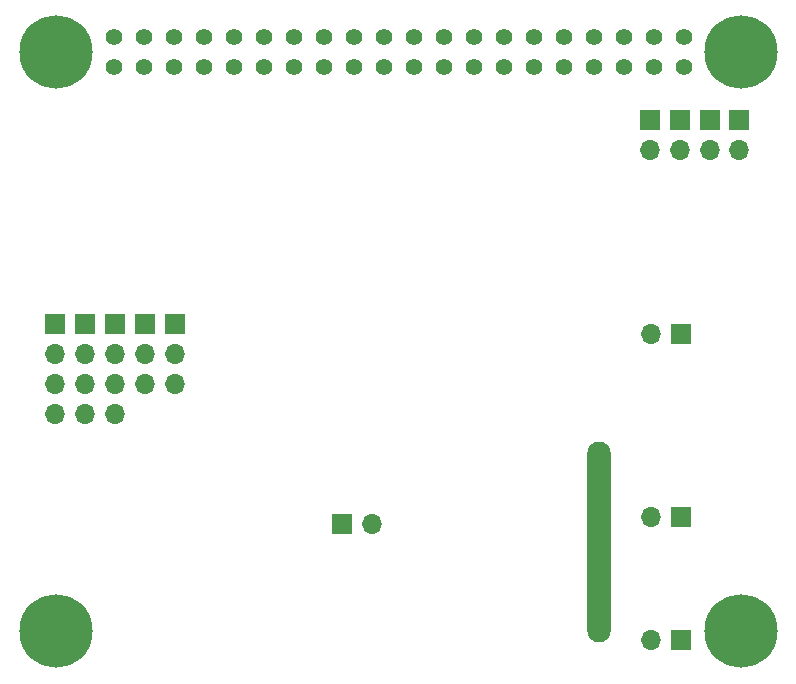
<source format=gbr>
%TF.GenerationSoftware,KiCad,Pcbnew,8.0.2*%
%TF.CreationDate,2024-06-08T15:50:05-05:00*%
%TF.ProjectId,kstars-ekos-smd,6b737461-7273-42d6-956b-6f732d736d64,rev?*%
%TF.SameCoordinates,Original*%
%TF.FileFunction,Soldermask,Bot*%
%TF.FilePolarity,Negative*%
%FSLAX46Y46*%
G04 Gerber Fmt 4.6, Leading zero omitted, Abs format (unit mm)*
G04 Created by KiCad (PCBNEW 8.0.2) date 2024-06-08 15:50:05*
%MOMM*%
%LPD*%
G01*
G04 APERTURE LIST*
%ADD10C,6.200000*%
%ADD11O,1.700000X1.700000*%
%ADD12R,1.700000X1.700000*%
%ADD13C,1.400000*%
%ADD14O,2.000000X17.000000*%
G04 APERTURE END LIST*
D10*
%TO.C,*%
X143500000Y-79500000D03*
%TD*%
D11*
%TO.C,H2*%
X196342000Y-87752000D03*
D12*
X196342000Y-85212000D03*
%TD*%
D11*
%TO.C,C9*%
X170254000Y-119400000D03*
D12*
X167714000Y-119400000D03*
%TD*%
D11*
%TO.C,C11*%
X193934000Y-103378000D03*
D12*
X196474000Y-103378000D03*
%TD*%
D11*
%TO.C,H1*%
X193818000Y-87752000D03*
D12*
X193818000Y-85212000D03*
%TD*%
D11*
%TO.C,H4*%
X201390000Y-87752000D03*
D12*
X201390000Y-85212000D03*
%TD*%
D11*
%TO.C,C10*%
X193934000Y-118800000D03*
D12*
X196474000Y-118800000D03*
%TD*%
D11*
%TO.C,H5*%
X193934000Y-129286000D03*
D12*
X196474000Y-129286000D03*
%TD*%
D13*
%TO.C,J1*%
X148470000Y-78180000D03*
X148470000Y-80720000D03*
X151010000Y-78180000D03*
X151010000Y-80720000D03*
X153550000Y-78180000D03*
X153550000Y-80720000D03*
X156090000Y-78180000D03*
X156090000Y-80720000D03*
X158630000Y-78180000D03*
X158630000Y-80720000D03*
X161170000Y-78180000D03*
X161170000Y-80720000D03*
X163710000Y-78180000D03*
X163710000Y-80720000D03*
X166250000Y-78180000D03*
X166250000Y-80720000D03*
X168790000Y-78180000D03*
X168790000Y-80720000D03*
X171330000Y-78180000D03*
X171330000Y-80720000D03*
X173870000Y-78180000D03*
X173870000Y-80720000D03*
X176410000Y-78180000D03*
X176410000Y-80720000D03*
X178950000Y-78180000D03*
X178950000Y-80720000D03*
X181490000Y-78180000D03*
X181490000Y-80720000D03*
X184030000Y-78180000D03*
X184030000Y-80720000D03*
X186570000Y-78180000D03*
X186570000Y-80720000D03*
X189110000Y-78180000D03*
X189110000Y-80720000D03*
X191650000Y-78180000D03*
X191650000Y-80720000D03*
X194190000Y-78180000D03*
X194190000Y-80720000D03*
X196730000Y-78180000D03*
X196730000Y-80720000D03*
%TD*%
D10*
%TO.C,*%
X143500000Y-128500000D03*
%TD*%
D12*
%TO.C,J4*%
X151100000Y-102474000D03*
D11*
X151100000Y-105014000D03*
X151100000Y-107554000D03*
%TD*%
D12*
%TO.C,J3*%
X146020000Y-102474000D03*
D11*
X146020000Y-105014000D03*
X146020000Y-107554000D03*
X146020000Y-110094000D03*
%TD*%
%TO.C,H3*%
X198866000Y-87752000D03*
D12*
X198866000Y-85212000D03*
%TD*%
D10*
%TO.C,*%
X201500000Y-79500000D03*
%TD*%
D12*
%TO.C,J6*%
X143480000Y-102474000D03*
D11*
X143480000Y-105014000D03*
X143480000Y-107554000D03*
X143480000Y-110094000D03*
%TD*%
D12*
%TO.C,J2*%
X153640000Y-102474000D03*
D11*
X153640000Y-105014000D03*
X153640000Y-107554000D03*
%TD*%
D12*
%TO.C,J5*%
X148560000Y-102474000D03*
D11*
X148560000Y-105014000D03*
X148560000Y-107554000D03*
X148560000Y-110094000D03*
%TD*%
D10*
%TO.C,*%
X201500000Y-128500000D03*
%TD*%
D14*
%TO.C,REF\u002A\u002A*%
X189500000Y-121000000D03*
%TD*%
M02*

</source>
